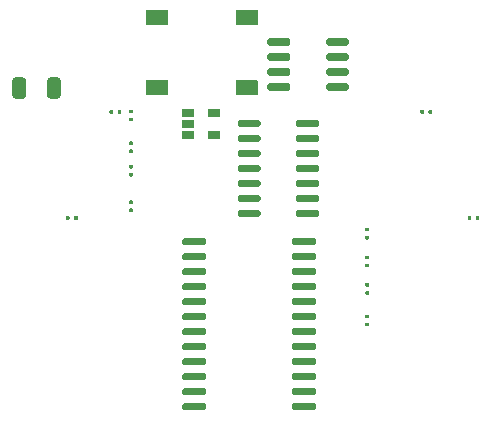
<source format=gtp>
G04 #@! TF.GenerationSoftware,KiCad,Pcbnew,5.1.10*
G04 #@! TF.CreationDate,2021-12-20T19:27:34-06:00*
G04 #@! TF.ProjectId,notawatch,6e6f7461-7761-4746-9368-2e6b69636164,rev?*
G04 #@! TF.SameCoordinates,Original*
G04 #@! TF.FileFunction,Paste,Top*
G04 #@! TF.FilePolarity,Positive*
%FSLAX46Y46*%
G04 Gerber Fmt 4.6, Leading zero omitted, Abs format (unit mm)*
G04 Created by KiCad (PCBNEW 5.1.10) date 2021-12-20 19:27:34*
%MOMM*%
%LPD*%
G01*
G04 APERTURE LIST*
%ADD10C,0.100000*%
%ADD11R,1.060000X0.650000*%
G04 APERTURE END LIST*
D10*
G36*
X152689755Y-91350961D02*
G01*
X152699134Y-91353806D01*
X152707779Y-91358427D01*
X152715355Y-91364645D01*
X152721573Y-91372221D01*
X152726194Y-91380866D01*
X152729039Y-91390245D01*
X152730000Y-91400000D01*
X152730000Y-92550000D01*
X152729039Y-92559755D01*
X152726194Y-92569134D01*
X152721573Y-92577779D01*
X152715355Y-92585355D01*
X152707779Y-92591573D01*
X152699134Y-92596194D01*
X152689755Y-92599039D01*
X152680000Y-92600000D01*
X150900000Y-92600000D01*
X150890245Y-92599039D01*
X150880866Y-92596194D01*
X150872221Y-92591573D01*
X150864645Y-92585355D01*
X150858427Y-92577779D01*
X150853806Y-92569134D01*
X150850961Y-92559755D01*
X150850000Y-92550000D01*
X150850000Y-91400000D01*
X150850961Y-91390245D01*
X150853806Y-91380866D01*
X150858427Y-91372221D01*
X150864645Y-91364645D01*
X150872221Y-91358427D01*
X150880866Y-91353806D01*
X150890245Y-91350961D01*
X150900000Y-91350000D01*
X152680000Y-91350000D01*
X152689755Y-91350961D01*
G37*
G36*
X152689755Y-85400961D02*
G01*
X152699134Y-85403806D01*
X152707779Y-85408427D01*
X152715355Y-85414645D01*
X152721573Y-85422221D01*
X152726194Y-85430866D01*
X152729039Y-85440245D01*
X152730000Y-85450000D01*
X152730000Y-86600000D01*
X152729039Y-86609755D01*
X152726194Y-86619134D01*
X152721573Y-86627779D01*
X152715355Y-86635355D01*
X152707779Y-86641573D01*
X152699134Y-86646194D01*
X152689755Y-86649039D01*
X152680000Y-86650000D01*
X150900000Y-86650000D01*
X150890245Y-86649039D01*
X150880866Y-86646194D01*
X150872221Y-86641573D01*
X150864645Y-86635355D01*
X150858427Y-86627779D01*
X150853806Y-86619134D01*
X150850961Y-86609755D01*
X150850000Y-86600000D01*
X150850000Y-85450000D01*
X150850961Y-85440245D01*
X150853806Y-85430866D01*
X150858427Y-85422221D01*
X150864645Y-85414645D01*
X150872221Y-85408427D01*
X150880866Y-85403806D01*
X150890245Y-85400961D01*
X150900000Y-85400000D01*
X152680000Y-85400000D01*
X152689755Y-85400961D01*
G37*
G36*
X145109755Y-91350961D02*
G01*
X145119134Y-91353806D01*
X145127779Y-91358427D01*
X145135355Y-91364645D01*
X145141573Y-91372221D01*
X145146194Y-91380866D01*
X145149039Y-91390245D01*
X145150000Y-91400000D01*
X145150000Y-92550000D01*
X145149039Y-92559755D01*
X145146194Y-92569134D01*
X145141573Y-92577779D01*
X145135355Y-92585355D01*
X145127779Y-92591573D01*
X145119134Y-92596194D01*
X145109755Y-92599039D01*
X145100000Y-92600000D01*
X143320000Y-92600000D01*
X143310245Y-92599039D01*
X143300866Y-92596194D01*
X143292221Y-92591573D01*
X143284645Y-92585355D01*
X143278427Y-92577779D01*
X143273806Y-92569134D01*
X143270961Y-92559755D01*
X143270000Y-92550000D01*
X143270000Y-91400000D01*
X143270961Y-91390245D01*
X143273806Y-91380866D01*
X143278427Y-91372221D01*
X143284645Y-91364645D01*
X143292221Y-91358427D01*
X143300866Y-91353806D01*
X143310245Y-91350961D01*
X143320000Y-91350000D01*
X145100000Y-91350000D01*
X145109755Y-91350961D01*
G37*
G36*
X145109755Y-85400961D02*
G01*
X145119134Y-85403806D01*
X145127779Y-85408427D01*
X145135355Y-85414645D01*
X145141573Y-85422221D01*
X145146194Y-85430866D01*
X145149039Y-85440245D01*
X145150000Y-85450000D01*
X145150000Y-86600000D01*
X145149039Y-86609755D01*
X145146194Y-86619134D01*
X145141573Y-86627779D01*
X145135355Y-86635355D01*
X145127779Y-86641573D01*
X145119134Y-86646194D01*
X145109755Y-86649039D01*
X145100000Y-86650000D01*
X143320000Y-86650000D01*
X143310245Y-86649039D01*
X143300866Y-86646194D01*
X143292221Y-86641573D01*
X143284645Y-86635355D01*
X143278427Y-86627779D01*
X143273806Y-86619134D01*
X143270961Y-86609755D01*
X143270000Y-86600000D01*
X143270000Y-85450000D01*
X143270961Y-85440245D01*
X143273806Y-85430866D01*
X143278427Y-85422221D01*
X143284645Y-85414645D01*
X143292221Y-85408427D01*
X143300866Y-85403806D01*
X143310245Y-85400961D01*
X143320000Y-85400000D01*
X145100000Y-85400000D01*
X145109755Y-85400961D01*
G37*
G36*
G01*
X131950000Y-92650001D02*
X131950000Y-91349999D01*
G75*
G02*
X132199999Y-91100000I249999J0D01*
G01*
X132850001Y-91100000D01*
G75*
G02*
X133100000Y-91349999I0J-249999D01*
G01*
X133100000Y-92650001D01*
G75*
G02*
X132850001Y-92900000I-249999J0D01*
G01*
X132199999Y-92900000D01*
G75*
G02*
X131950000Y-92650001I0J249999D01*
G01*
G37*
G36*
G01*
X134900000Y-92650001D02*
X134900000Y-91349999D01*
G75*
G02*
X135149999Y-91100000I249999J0D01*
G01*
X135800001Y-91100000D01*
G75*
G02*
X136050000Y-91349999I0J-249999D01*
G01*
X136050000Y-92650001D01*
G75*
G02*
X135800001Y-92900000I-249999J0D01*
G01*
X135149999Y-92900000D01*
G75*
G02*
X134900000Y-92650001I0J249999D01*
G01*
G37*
G36*
G01*
X155975000Y-95150000D02*
X155975000Y-94850000D01*
G75*
G02*
X156125000Y-94700000I150000J0D01*
G01*
X157775000Y-94700000D01*
G75*
G02*
X157925000Y-94850000I0J-150000D01*
G01*
X157925000Y-95150000D01*
G75*
G02*
X157775000Y-95300000I-150000J0D01*
G01*
X156125000Y-95300000D01*
G75*
G02*
X155975000Y-95150000I0J150000D01*
G01*
G37*
G36*
G01*
X155975000Y-96420000D02*
X155975000Y-96120000D01*
G75*
G02*
X156125000Y-95970000I150000J0D01*
G01*
X157775000Y-95970000D01*
G75*
G02*
X157925000Y-96120000I0J-150000D01*
G01*
X157925000Y-96420000D01*
G75*
G02*
X157775000Y-96570000I-150000J0D01*
G01*
X156125000Y-96570000D01*
G75*
G02*
X155975000Y-96420000I0J150000D01*
G01*
G37*
G36*
G01*
X155975000Y-97690000D02*
X155975000Y-97390000D01*
G75*
G02*
X156125000Y-97240000I150000J0D01*
G01*
X157775000Y-97240000D01*
G75*
G02*
X157925000Y-97390000I0J-150000D01*
G01*
X157925000Y-97690000D01*
G75*
G02*
X157775000Y-97840000I-150000J0D01*
G01*
X156125000Y-97840000D01*
G75*
G02*
X155975000Y-97690000I0J150000D01*
G01*
G37*
G36*
G01*
X155975000Y-98960000D02*
X155975000Y-98660000D01*
G75*
G02*
X156125000Y-98510000I150000J0D01*
G01*
X157775000Y-98510000D01*
G75*
G02*
X157925000Y-98660000I0J-150000D01*
G01*
X157925000Y-98960000D01*
G75*
G02*
X157775000Y-99110000I-150000J0D01*
G01*
X156125000Y-99110000D01*
G75*
G02*
X155975000Y-98960000I0J150000D01*
G01*
G37*
G36*
G01*
X155975000Y-100230000D02*
X155975000Y-99930000D01*
G75*
G02*
X156125000Y-99780000I150000J0D01*
G01*
X157775000Y-99780000D01*
G75*
G02*
X157925000Y-99930000I0J-150000D01*
G01*
X157925000Y-100230000D01*
G75*
G02*
X157775000Y-100380000I-150000J0D01*
G01*
X156125000Y-100380000D01*
G75*
G02*
X155975000Y-100230000I0J150000D01*
G01*
G37*
G36*
G01*
X155975000Y-101500000D02*
X155975000Y-101200000D01*
G75*
G02*
X156125000Y-101050000I150000J0D01*
G01*
X157775000Y-101050000D01*
G75*
G02*
X157925000Y-101200000I0J-150000D01*
G01*
X157925000Y-101500000D01*
G75*
G02*
X157775000Y-101650000I-150000J0D01*
G01*
X156125000Y-101650000D01*
G75*
G02*
X155975000Y-101500000I0J150000D01*
G01*
G37*
G36*
G01*
X155975000Y-102770000D02*
X155975000Y-102470000D01*
G75*
G02*
X156125000Y-102320000I150000J0D01*
G01*
X157775000Y-102320000D01*
G75*
G02*
X157925000Y-102470000I0J-150000D01*
G01*
X157925000Y-102770000D01*
G75*
G02*
X157775000Y-102920000I-150000J0D01*
G01*
X156125000Y-102920000D01*
G75*
G02*
X155975000Y-102770000I0J150000D01*
G01*
G37*
G36*
G01*
X151025000Y-102770000D02*
X151025000Y-102470000D01*
G75*
G02*
X151175000Y-102320000I150000J0D01*
G01*
X152825000Y-102320000D01*
G75*
G02*
X152975000Y-102470000I0J-150000D01*
G01*
X152975000Y-102770000D01*
G75*
G02*
X152825000Y-102920000I-150000J0D01*
G01*
X151175000Y-102920000D01*
G75*
G02*
X151025000Y-102770000I0J150000D01*
G01*
G37*
G36*
G01*
X151025000Y-101500000D02*
X151025000Y-101200000D01*
G75*
G02*
X151175000Y-101050000I150000J0D01*
G01*
X152825000Y-101050000D01*
G75*
G02*
X152975000Y-101200000I0J-150000D01*
G01*
X152975000Y-101500000D01*
G75*
G02*
X152825000Y-101650000I-150000J0D01*
G01*
X151175000Y-101650000D01*
G75*
G02*
X151025000Y-101500000I0J150000D01*
G01*
G37*
G36*
G01*
X151025000Y-100230000D02*
X151025000Y-99930000D01*
G75*
G02*
X151175000Y-99780000I150000J0D01*
G01*
X152825000Y-99780000D01*
G75*
G02*
X152975000Y-99930000I0J-150000D01*
G01*
X152975000Y-100230000D01*
G75*
G02*
X152825000Y-100380000I-150000J0D01*
G01*
X151175000Y-100380000D01*
G75*
G02*
X151025000Y-100230000I0J150000D01*
G01*
G37*
G36*
G01*
X151025000Y-98960000D02*
X151025000Y-98660000D01*
G75*
G02*
X151175000Y-98510000I150000J0D01*
G01*
X152825000Y-98510000D01*
G75*
G02*
X152975000Y-98660000I0J-150000D01*
G01*
X152975000Y-98960000D01*
G75*
G02*
X152825000Y-99110000I-150000J0D01*
G01*
X151175000Y-99110000D01*
G75*
G02*
X151025000Y-98960000I0J150000D01*
G01*
G37*
G36*
G01*
X151025000Y-97690000D02*
X151025000Y-97390000D01*
G75*
G02*
X151175000Y-97240000I150000J0D01*
G01*
X152825000Y-97240000D01*
G75*
G02*
X152975000Y-97390000I0J-150000D01*
G01*
X152975000Y-97690000D01*
G75*
G02*
X152825000Y-97840000I-150000J0D01*
G01*
X151175000Y-97840000D01*
G75*
G02*
X151025000Y-97690000I0J150000D01*
G01*
G37*
G36*
G01*
X151025000Y-96420000D02*
X151025000Y-96120000D01*
G75*
G02*
X151175000Y-95970000I150000J0D01*
G01*
X152825000Y-95970000D01*
G75*
G02*
X152975000Y-96120000I0J-150000D01*
G01*
X152975000Y-96420000D01*
G75*
G02*
X152825000Y-96570000I-150000J0D01*
G01*
X151175000Y-96570000D01*
G75*
G02*
X151025000Y-96420000I0J150000D01*
G01*
G37*
G36*
G01*
X151025000Y-95150000D02*
X151025000Y-94850000D01*
G75*
G02*
X151175000Y-94700000I150000J0D01*
G01*
X152825000Y-94700000D01*
G75*
G02*
X152975000Y-94850000I0J-150000D01*
G01*
X152975000Y-95150000D01*
G75*
G02*
X152825000Y-95300000I-150000J0D01*
G01*
X151175000Y-95300000D01*
G75*
G02*
X151025000Y-95150000I0J150000D01*
G01*
G37*
G36*
G01*
X155625000Y-105165000D02*
X155625000Y-104865000D01*
G75*
G02*
X155775000Y-104715000I150000J0D01*
G01*
X157525000Y-104715000D01*
G75*
G02*
X157675000Y-104865000I0J-150000D01*
G01*
X157675000Y-105165000D01*
G75*
G02*
X157525000Y-105315000I-150000J0D01*
G01*
X155775000Y-105315000D01*
G75*
G02*
X155625000Y-105165000I0J150000D01*
G01*
G37*
G36*
G01*
X155625000Y-106435000D02*
X155625000Y-106135000D01*
G75*
G02*
X155775000Y-105985000I150000J0D01*
G01*
X157525000Y-105985000D01*
G75*
G02*
X157675000Y-106135000I0J-150000D01*
G01*
X157675000Y-106435000D01*
G75*
G02*
X157525000Y-106585000I-150000J0D01*
G01*
X155775000Y-106585000D01*
G75*
G02*
X155625000Y-106435000I0J150000D01*
G01*
G37*
G36*
G01*
X155625000Y-107705000D02*
X155625000Y-107405000D01*
G75*
G02*
X155775000Y-107255000I150000J0D01*
G01*
X157525000Y-107255000D01*
G75*
G02*
X157675000Y-107405000I0J-150000D01*
G01*
X157675000Y-107705000D01*
G75*
G02*
X157525000Y-107855000I-150000J0D01*
G01*
X155775000Y-107855000D01*
G75*
G02*
X155625000Y-107705000I0J150000D01*
G01*
G37*
G36*
G01*
X155625000Y-108975000D02*
X155625000Y-108675000D01*
G75*
G02*
X155775000Y-108525000I150000J0D01*
G01*
X157525000Y-108525000D01*
G75*
G02*
X157675000Y-108675000I0J-150000D01*
G01*
X157675000Y-108975000D01*
G75*
G02*
X157525000Y-109125000I-150000J0D01*
G01*
X155775000Y-109125000D01*
G75*
G02*
X155625000Y-108975000I0J150000D01*
G01*
G37*
G36*
G01*
X155625000Y-110245000D02*
X155625000Y-109945000D01*
G75*
G02*
X155775000Y-109795000I150000J0D01*
G01*
X157525000Y-109795000D01*
G75*
G02*
X157675000Y-109945000I0J-150000D01*
G01*
X157675000Y-110245000D01*
G75*
G02*
X157525000Y-110395000I-150000J0D01*
G01*
X155775000Y-110395000D01*
G75*
G02*
X155625000Y-110245000I0J150000D01*
G01*
G37*
G36*
G01*
X155625000Y-111515000D02*
X155625000Y-111215000D01*
G75*
G02*
X155775000Y-111065000I150000J0D01*
G01*
X157525000Y-111065000D01*
G75*
G02*
X157675000Y-111215000I0J-150000D01*
G01*
X157675000Y-111515000D01*
G75*
G02*
X157525000Y-111665000I-150000J0D01*
G01*
X155775000Y-111665000D01*
G75*
G02*
X155625000Y-111515000I0J150000D01*
G01*
G37*
G36*
G01*
X155625000Y-112785000D02*
X155625000Y-112485000D01*
G75*
G02*
X155775000Y-112335000I150000J0D01*
G01*
X157525000Y-112335000D01*
G75*
G02*
X157675000Y-112485000I0J-150000D01*
G01*
X157675000Y-112785000D01*
G75*
G02*
X157525000Y-112935000I-150000J0D01*
G01*
X155775000Y-112935000D01*
G75*
G02*
X155625000Y-112785000I0J150000D01*
G01*
G37*
G36*
G01*
X155625000Y-114055000D02*
X155625000Y-113755000D01*
G75*
G02*
X155775000Y-113605000I150000J0D01*
G01*
X157525000Y-113605000D01*
G75*
G02*
X157675000Y-113755000I0J-150000D01*
G01*
X157675000Y-114055000D01*
G75*
G02*
X157525000Y-114205000I-150000J0D01*
G01*
X155775000Y-114205000D01*
G75*
G02*
X155625000Y-114055000I0J150000D01*
G01*
G37*
G36*
G01*
X155625000Y-115325000D02*
X155625000Y-115025000D01*
G75*
G02*
X155775000Y-114875000I150000J0D01*
G01*
X157525000Y-114875000D01*
G75*
G02*
X157675000Y-115025000I0J-150000D01*
G01*
X157675000Y-115325000D01*
G75*
G02*
X157525000Y-115475000I-150000J0D01*
G01*
X155775000Y-115475000D01*
G75*
G02*
X155625000Y-115325000I0J150000D01*
G01*
G37*
G36*
G01*
X155625000Y-116595000D02*
X155625000Y-116295000D01*
G75*
G02*
X155775000Y-116145000I150000J0D01*
G01*
X157525000Y-116145000D01*
G75*
G02*
X157675000Y-116295000I0J-150000D01*
G01*
X157675000Y-116595000D01*
G75*
G02*
X157525000Y-116745000I-150000J0D01*
G01*
X155775000Y-116745000D01*
G75*
G02*
X155625000Y-116595000I0J150000D01*
G01*
G37*
G36*
G01*
X155625000Y-117865000D02*
X155625000Y-117565000D01*
G75*
G02*
X155775000Y-117415000I150000J0D01*
G01*
X157525000Y-117415000D01*
G75*
G02*
X157675000Y-117565000I0J-150000D01*
G01*
X157675000Y-117865000D01*
G75*
G02*
X157525000Y-118015000I-150000J0D01*
G01*
X155775000Y-118015000D01*
G75*
G02*
X155625000Y-117865000I0J150000D01*
G01*
G37*
G36*
G01*
X155625000Y-119135000D02*
X155625000Y-118835000D01*
G75*
G02*
X155775000Y-118685000I150000J0D01*
G01*
X157525000Y-118685000D01*
G75*
G02*
X157675000Y-118835000I0J-150000D01*
G01*
X157675000Y-119135000D01*
G75*
G02*
X157525000Y-119285000I-150000J0D01*
G01*
X155775000Y-119285000D01*
G75*
G02*
X155625000Y-119135000I0J150000D01*
G01*
G37*
G36*
G01*
X146325000Y-119135000D02*
X146325000Y-118835000D01*
G75*
G02*
X146475000Y-118685000I150000J0D01*
G01*
X148225000Y-118685000D01*
G75*
G02*
X148375000Y-118835000I0J-150000D01*
G01*
X148375000Y-119135000D01*
G75*
G02*
X148225000Y-119285000I-150000J0D01*
G01*
X146475000Y-119285000D01*
G75*
G02*
X146325000Y-119135000I0J150000D01*
G01*
G37*
G36*
G01*
X146325000Y-117865000D02*
X146325000Y-117565000D01*
G75*
G02*
X146475000Y-117415000I150000J0D01*
G01*
X148225000Y-117415000D01*
G75*
G02*
X148375000Y-117565000I0J-150000D01*
G01*
X148375000Y-117865000D01*
G75*
G02*
X148225000Y-118015000I-150000J0D01*
G01*
X146475000Y-118015000D01*
G75*
G02*
X146325000Y-117865000I0J150000D01*
G01*
G37*
G36*
G01*
X146325000Y-116595000D02*
X146325000Y-116295000D01*
G75*
G02*
X146475000Y-116145000I150000J0D01*
G01*
X148225000Y-116145000D01*
G75*
G02*
X148375000Y-116295000I0J-150000D01*
G01*
X148375000Y-116595000D01*
G75*
G02*
X148225000Y-116745000I-150000J0D01*
G01*
X146475000Y-116745000D01*
G75*
G02*
X146325000Y-116595000I0J150000D01*
G01*
G37*
G36*
G01*
X146325000Y-115325000D02*
X146325000Y-115025000D01*
G75*
G02*
X146475000Y-114875000I150000J0D01*
G01*
X148225000Y-114875000D01*
G75*
G02*
X148375000Y-115025000I0J-150000D01*
G01*
X148375000Y-115325000D01*
G75*
G02*
X148225000Y-115475000I-150000J0D01*
G01*
X146475000Y-115475000D01*
G75*
G02*
X146325000Y-115325000I0J150000D01*
G01*
G37*
G36*
G01*
X146325000Y-114055000D02*
X146325000Y-113755000D01*
G75*
G02*
X146475000Y-113605000I150000J0D01*
G01*
X148225000Y-113605000D01*
G75*
G02*
X148375000Y-113755000I0J-150000D01*
G01*
X148375000Y-114055000D01*
G75*
G02*
X148225000Y-114205000I-150000J0D01*
G01*
X146475000Y-114205000D01*
G75*
G02*
X146325000Y-114055000I0J150000D01*
G01*
G37*
G36*
G01*
X146325000Y-112785000D02*
X146325000Y-112485000D01*
G75*
G02*
X146475000Y-112335000I150000J0D01*
G01*
X148225000Y-112335000D01*
G75*
G02*
X148375000Y-112485000I0J-150000D01*
G01*
X148375000Y-112785000D01*
G75*
G02*
X148225000Y-112935000I-150000J0D01*
G01*
X146475000Y-112935000D01*
G75*
G02*
X146325000Y-112785000I0J150000D01*
G01*
G37*
G36*
G01*
X146325000Y-111515000D02*
X146325000Y-111215000D01*
G75*
G02*
X146475000Y-111065000I150000J0D01*
G01*
X148225000Y-111065000D01*
G75*
G02*
X148375000Y-111215000I0J-150000D01*
G01*
X148375000Y-111515000D01*
G75*
G02*
X148225000Y-111665000I-150000J0D01*
G01*
X146475000Y-111665000D01*
G75*
G02*
X146325000Y-111515000I0J150000D01*
G01*
G37*
G36*
G01*
X146325000Y-110245000D02*
X146325000Y-109945000D01*
G75*
G02*
X146475000Y-109795000I150000J0D01*
G01*
X148225000Y-109795000D01*
G75*
G02*
X148375000Y-109945000I0J-150000D01*
G01*
X148375000Y-110245000D01*
G75*
G02*
X148225000Y-110395000I-150000J0D01*
G01*
X146475000Y-110395000D01*
G75*
G02*
X146325000Y-110245000I0J150000D01*
G01*
G37*
G36*
G01*
X146325000Y-108975000D02*
X146325000Y-108675000D01*
G75*
G02*
X146475000Y-108525000I150000J0D01*
G01*
X148225000Y-108525000D01*
G75*
G02*
X148375000Y-108675000I0J-150000D01*
G01*
X148375000Y-108975000D01*
G75*
G02*
X148225000Y-109125000I-150000J0D01*
G01*
X146475000Y-109125000D01*
G75*
G02*
X146325000Y-108975000I0J150000D01*
G01*
G37*
G36*
G01*
X146325000Y-107705000D02*
X146325000Y-107405000D01*
G75*
G02*
X146475000Y-107255000I150000J0D01*
G01*
X148225000Y-107255000D01*
G75*
G02*
X148375000Y-107405000I0J-150000D01*
G01*
X148375000Y-107705000D01*
G75*
G02*
X148225000Y-107855000I-150000J0D01*
G01*
X146475000Y-107855000D01*
G75*
G02*
X146325000Y-107705000I0J150000D01*
G01*
G37*
G36*
G01*
X146325000Y-106435000D02*
X146325000Y-106135000D01*
G75*
G02*
X146475000Y-105985000I150000J0D01*
G01*
X148225000Y-105985000D01*
G75*
G02*
X148375000Y-106135000I0J-150000D01*
G01*
X148375000Y-106435000D01*
G75*
G02*
X148225000Y-106585000I-150000J0D01*
G01*
X146475000Y-106585000D01*
G75*
G02*
X146325000Y-106435000I0J150000D01*
G01*
G37*
G36*
G01*
X146325000Y-105165000D02*
X146325000Y-104865000D01*
G75*
G02*
X146475000Y-104715000I150000J0D01*
G01*
X148225000Y-104715000D01*
G75*
G02*
X148375000Y-104865000I0J-150000D01*
G01*
X148375000Y-105165000D01*
G75*
G02*
X148225000Y-105315000I-150000J0D01*
G01*
X146475000Y-105315000D01*
G75*
G02*
X146325000Y-105165000I0J150000D01*
G01*
G37*
G36*
G01*
X160450000Y-91755000D02*
X160450000Y-92055000D01*
G75*
G02*
X160300000Y-92205000I-150000J0D01*
G01*
X158650000Y-92205000D01*
G75*
G02*
X158500000Y-92055000I0J150000D01*
G01*
X158500000Y-91755000D01*
G75*
G02*
X158650000Y-91605000I150000J0D01*
G01*
X160300000Y-91605000D01*
G75*
G02*
X160450000Y-91755000I0J-150000D01*
G01*
G37*
G36*
G01*
X160450000Y-90485000D02*
X160450000Y-90785000D01*
G75*
G02*
X160300000Y-90935000I-150000J0D01*
G01*
X158650000Y-90935000D01*
G75*
G02*
X158500000Y-90785000I0J150000D01*
G01*
X158500000Y-90485000D01*
G75*
G02*
X158650000Y-90335000I150000J0D01*
G01*
X160300000Y-90335000D01*
G75*
G02*
X160450000Y-90485000I0J-150000D01*
G01*
G37*
G36*
G01*
X160450000Y-89215000D02*
X160450000Y-89515000D01*
G75*
G02*
X160300000Y-89665000I-150000J0D01*
G01*
X158650000Y-89665000D01*
G75*
G02*
X158500000Y-89515000I0J150000D01*
G01*
X158500000Y-89215000D01*
G75*
G02*
X158650000Y-89065000I150000J0D01*
G01*
X160300000Y-89065000D01*
G75*
G02*
X160450000Y-89215000I0J-150000D01*
G01*
G37*
G36*
G01*
X160450000Y-87945000D02*
X160450000Y-88245000D01*
G75*
G02*
X160300000Y-88395000I-150000J0D01*
G01*
X158650000Y-88395000D01*
G75*
G02*
X158500000Y-88245000I0J150000D01*
G01*
X158500000Y-87945000D01*
G75*
G02*
X158650000Y-87795000I150000J0D01*
G01*
X160300000Y-87795000D01*
G75*
G02*
X160450000Y-87945000I0J-150000D01*
G01*
G37*
G36*
G01*
X155500000Y-87945000D02*
X155500000Y-88245000D01*
G75*
G02*
X155350000Y-88395000I-150000J0D01*
G01*
X153700000Y-88395000D01*
G75*
G02*
X153550000Y-88245000I0J150000D01*
G01*
X153550000Y-87945000D01*
G75*
G02*
X153700000Y-87795000I150000J0D01*
G01*
X155350000Y-87795000D01*
G75*
G02*
X155500000Y-87945000I0J-150000D01*
G01*
G37*
G36*
G01*
X155500000Y-89215000D02*
X155500000Y-89515000D01*
G75*
G02*
X155350000Y-89665000I-150000J0D01*
G01*
X153700000Y-89665000D01*
G75*
G02*
X153550000Y-89515000I0J150000D01*
G01*
X153550000Y-89215000D01*
G75*
G02*
X153700000Y-89065000I150000J0D01*
G01*
X155350000Y-89065000D01*
G75*
G02*
X155500000Y-89215000I0J-150000D01*
G01*
G37*
G36*
G01*
X155500000Y-90485000D02*
X155500000Y-90785000D01*
G75*
G02*
X155350000Y-90935000I-150000J0D01*
G01*
X153700000Y-90935000D01*
G75*
G02*
X153550000Y-90785000I0J150000D01*
G01*
X153550000Y-90485000D01*
G75*
G02*
X153700000Y-90335000I150000J0D01*
G01*
X155350000Y-90335000D01*
G75*
G02*
X155500000Y-90485000I0J-150000D01*
G01*
G37*
G36*
G01*
X155500000Y-91755000D02*
X155500000Y-92055000D01*
G75*
G02*
X155350000Y-92205000I-150000J0D01*
G01*
X153700000Y-92205000D01*
G75*
G02*
X153550000Y-92055000I0J150000D01*
G01*
X153550000Y-91755000D01*
G75*
G02*
X153700000Y-91605000I150000J0D01*
G01*
X155350000Y-91605000D01*
G75*
G02*
X155500000Y-91755000I0J-150000D01*
G01*
G37*
G36*
G01*
X161899500Y-109186000D02*
X162100500Y-109186000D01*
G75*
G02*
X162180000Y-109265500I0J-79500D01*
G01*
X162180000Y-109424500D01*
G75*
G02*
X162100500Y-109504000I-79500J0D01*
G01*
X161899500Y-109504000D01*
G75*
G02*
X161820000Y-109424500I0J79500D01*
G01*
X161820000Y-109265500D01*
G75*
G02*
X161899500Y-109186000I79500J0D01*
G01*
G37*
G36*
G01*
X161899500Y-108496000D02*
X162100500Y-108496000D01*
G75*
G02*
X162180000Y-108575500I0J-79500D01*
G01*
X162180000Y-108734500D01*
G75*
G02*
X162100500Y-108814000I-79500J0D01*
G01*
X161899500Y-108814000D01*
G75*
G02*
X161820000Y-108734500I0J79500D01*
G01*
X161820000Y-108575500D01*
G75*
G02*
X161899500Y-108496000I79500J0D01*
G01*
G37*
G36*
G01*
X162100500Y-104134000D02*
X161899500Y-104134000D01*
G75*
G02*
X161820000Y-104054500I0J79500D01*
G01*
X161820000Y-103895500D01*
G75*
G02*
X161899500Y-103816000I79500J0D01*
G01*
X162100500Y-103816000D01*
G75*
G02*
X162180000Y-103895500I0J-79500D01*
G01*
X162180000Y-104054500D01*
G75*
G02*
X162100500Y-104134000I-79500J0D01*
G01*
G37*
G36*
G01*
X162100500Y-104824000D02*
X161899500Y-104824000D01*
G75*
G02*
X161820000Y-104744500I0J79500D01*
G01*
X161820000Y-104585500D01*
G75*
G02*
X161899500Y-104506000I79500J0D01*
G01*
X162100500Y-104506000D01*
G75*
G02*
X162180000Y-104585500I0J-79500D01*
G01*
X162180000Y-104744500D01*
G75*
G02*
X162100500Y-104824000I-79500J0D01*
G01*
G37*
G36*
G01*
X161899500Y-111866000D02*
X162100500Y-111866000D01*
G75*
G02*
X162180000Y-111945500I0J-79500D01*
G01*
X162180000Y-112104500D01*
G75*
G02*
X162100500Y-112184000I-79500J0D01*
G01*
X161899500Y-112184000D01*
G75*
G02*
X161820000Y-112104500I0J79500D01*
G01*
X161820000Y-111945500D01*
G75*
G02*
X161899500Y-111866000I79500J0D01*
G01*
G37*
G36*
G01*
X161899500Y-111176000D02*
X162100500Y-111176000D01*
G75*
G02*
X162180000Y-111255500I0J-79500D01*
G01*
X162180000Y-111414500D01*
G75*
G02*
X162100500Y-111494000I-79500J0D01*
G01*
X161899500Y-111494000D01*
G75*
G02*
X161820000Y-111414500I0J79500D01*
G01*
X161820000Y-111255500D01*
G75*
G02*
X161899500Y-111176000I79500J0D01*
G01*
G37*
G36*
G01*
X161899500Y-106866000D02*
X162100500Y-106866000D01*
G75*
G02*
X162180000Y-106945500I0J-79500D01*
G01*
X162180000Y-107104500D01*
G75*
G02*
X162100500Y-107184000I-79500J0D01*
G01*
X161899500Y-107184000D01*
G75*
G02*
X161820000Y-107104500I0J79500D01*
G01*
X161820000Y-106945500D01*
G75*
G02*
X161899500Y-106866000I79500J0D01*
G01*
G37*
G36*
G01*
X161899500Y-106176000D02*
X162100500Y-106176000D01*
G75*
G02*
X162180000Y-106255500I0J-79500D01*
G01*
X162180000Y-106414500D01*
G75*
G02*
X162100500Y-106494000I-79500J0D01*
G01*
X161899500Y-106494000D01*
G75*
G02*
X161820000Y-106414500I0J79500D01*
G01*
X161820000Y-106255500D01*
G75*
G02*
X161899500Y-106176000I79500J0D01*
G01*
G37*
G36*
G01*
X141899500Y-99186000D02*
X142100500Y-99186000D01*
G75*
G02*
X142180000Y-99265500I0J-79500D01*
G01*
X142180000Y-99424500D01*
G75*
G02*
X142100500Y-99504000I-79500J0D01*
G01*
X141899500Y-99504000D01*
G75*
G02*
X141820000Y-99424500I0J79500D01*
G01*
X141820000Y-99265500D01*
G75*
G02*
X141899500Y-99186000I79500J0D01*
G01*
G37*
G36*
G01*
X141899500Y-98496000D02*
X142100500Y-98496000D01*
G75*
G02*
X142180000Y-98575500I0J-79500D01*
G01*
X142180000Y-98734500D01*
G75*
G02*
X142100500Y-98814000I-79500J0D01*
G01*
X141899500Y-98814000D01*
G75*
G02*
X141820000Y-98734500I0J79500D01*
G01*
X141820000Y-98575500D01*
G75*
G02*
X141899500Y-98496000I79500J0D01*
G01*
G37*
G36*
G01*
X141899500Y-94506000D02*
X142100500Y-94506000D01*
G75*
G02*
X142180000Y-94585500I0J-79500D01*
G01*
X142180000Y-94744500D01*
G75*
G02*
X142100500Y-94824000I-79500J0D01*
G01*
X141899500Y-94824000D01*
G75*
G02*
X141820000Y-94744500I0J79500D01*
G01*
X141820000Y-94585500D01*
G75*
G02*
X141899500Y-94506000I79500J0D01*
G01*
G37*
G36*
G01*
X141899500Y-93816000D02*
X142100500Y-93816000D01*
G75*
G02*
X142180000Y-93895500I0J-79500D01*
G01*
X142180000Y-94054500D01*
G75*
G02*
X142100500Y-94134000I-79500J0D01*
G01*
X141899500Y-94134000D01*
G75*
G02*
X141820000Y-94054500I0J79500D01*
G01*
X141820000Y-93895500D01*
G75*
G02*
X141899500Y-93816000I79500J0D01*
G01*
G37*
G36*
G01*
X141899500Y-102186000D02*
X142100500Y-102186000D01*
G75*
G02*
X142180000Y-102265500I0J-79500D01*
G01*
X142180000Y-102424500D01*
G75*
G02*
X142100500Y-102504000I-79500J0D01*
G01*
X141899500Y-102504000D01*
G75*
G02*
X141820000Y-102424500I0J79500D01*
G01*
X141820000Y-102265500D01*
G75*
G02*
X141899500Y-102186000I79500J0D01*
G01*
G37*
G36*
G01*
X141899500Y-101496000D02*
X142100500Y-101496000D01*
G75*
G02*
X142180000Y-101575500I0J-79500D01*
G01*
X142180000Y-101734500D01*
G75*
G02*
X142100500Y-101814000I-79500J0D01*
G01*
X141899500Y-101814000D01*
G75*
G02*
X141820000Y-101734500I0J79500D01*
G01*
X141820000Y-101575500D01*
G75*
G02*
X141899500Y-101496000I79500J0D01*
G01*
G37*
G36*
G01*
X141899500Y-97186000D02*
X142100500Y-97186000D01*
G75*
G02*
X142180000Y-97265500I0J-79500D01*
G01*
X142180000Y-97424500D01*
G75*
G02*
X142100500Y-97504000I-79500J0D01*
G01*
X141899500Y-97504000D01*
G75*
G02*
X141820000Y-97424500I0J79500D01*
G01*
X141820000Y-97265500D01*
G75*
G02*
X141899500Y-97186000I79500J0D01*
G01*
G37*
G36*
G01*
X141899500Y-96496000D02*
X142100500Y-96496000D01*
G75*
G02*
X142180000Y-96575500I0J-79500D01*
G01*
X142180000Y-96734500D01*
G75*
G02*
X142100500Y-96814000I-79500J0D01*
G01*
X141899500Y-96814000D01*
G75*
G02*
X141820000Y-96734500I0J79500D01*
G01*
X141820000Y-96575500D01*
G75*
G02*
X141899500Y-96496000I79500J0D01*
G01*
G37*
G36*
G01*
X171186000Y-103100500D02*
X171186000Y-102899500D01*
G75*
G02*
X171265500Y-102820000I79500J0D01*
G01*
X171424500Y-102820000D01*
G75*
G02*
X171504000Y-102899500I0J-79500D01*
G01*
X171504000Y-103100500D01*
G75*
G02*
X171424500Y-103180000I-79500J0D01*
G01*
X171265500Y-103180000D01*
G75*
G02*
X171186000Y-103100500I0J79500D01*
G01*
G37*
G36*
G01*
X170496000Y-103100500D02*
X170496000Y-102899500D01*
G75*
G02*
X170575500Y-102820000I79500J0D01*
G01*
X170734500Y-102820000D01*
G75*
G02*
X170814000Y-102899500I0J-79500D01*
G01*
X170814000Y-103100500D01*
G75*
G02*
X170734500Y-103180000I-79500J0D01*
G01*
X170575500Y-103180000D01*
G75*
G02*
X170496000Y-103100500I0J79500D01*
G01*
G37*
G36*
G01*
X166814000Y-93899500D02*
X166814000Y-94100500D01*
G75*
G02*
X166734500Y-94180000I-79500J0D01*
G01*
X166575500Y-94180000D01*
G75*
G02*
X166496000Y-94100500I0J79500D01*
G01*
X166496000Y-93899500D01*
G75*
G02*
X166575500Y-93820000I79500J0D01*
G01*
X166734500Y-93820000D01*
G75*
G02*
X166814000Y-93899500I0J-79500D01*
G01*
G37*
G36*
G01*
X167504000Y-93899500D02*
X167504000Y-94100500D01*
G75*
G02*
X167424500Y-94180000I-79500J0D01*
G01*
X167265500Y-94180000D01*
G75*
G02*
X167186000Y-94100500I0J79500D01*
G01*
X167186000Y-93899500D01*
G75*
G02*
X167265500Y-93820000I79500J0D01*
G01*
X167424500Y-93820000D01*
G75*
G02*
X167504000Y-93899500I0J-79500D01*
G01*
G37*
G36*
G01*
X140866000Y-94100500D02*
X140866000Y-93899500D01*
G75*
G02*
X140945500Y-93820000I79500J0D01*
G01*
X141104500Y-93820000D01*
G75*
G02*
X141184000Y-93899500I0J-79500D01*
G01*
X141184000Y-94100500D01*
G75*
G02*
X141104500Y-94180000I-79500J0D01*
G01*
X140945500Y-94180000D01*
G75*
G02*
X140866000Y-94100500I0J79500D01*
G01*
G37*
G36*
G01*
X140176000Y-94100500D02*
X140176000Y-93899500D01*
G75*
G02*
X140255500Y-93820000I79500J0D01*
G01*
X140414500Y-93820000D01*
G75*
G02*
X140494000Y-93899500I0J-79500D01*
G01*
X140494000Y-94100500D01*
G75*
G02*
X140414500Y-94180000I-79500J0D01*
G01*
X140255500Y-94180000D01*
G75*
G02*
X140176000Y-94100500I0J79500D01*
G01*
G37*
G36*
G01*
X137186000Y-103100500D02*
X137186000Y-102899500D01*
G75*
G02*
X137265500Y-102820000I79500J0D01*
G01*
X137424500Y-102820000D01*
G75*
G02*
X137504000Y-102899500I0J-79500D01*
G01*
X137504000Y-103100500D01*
G75*
G02*
X137424500Y-103180000I-79500J0D01*
G01*
X137265500Y-103180000D01*
G75*
G02*
X137186000Y-103100500I0J79500D01*
G01*
G37*
G36*
G01*
X136496000Y-103100500D02*
X136496000Y-102899500D01*
G75*
G02*
X136575500Y-102820000I79500J0D01*
G01*
X136734500Y-102820000D01*
G75*
G02*
X136814000Y-102899500I0J-79500D01*
G01*
X136814000Y-103100500D01*
G75*
G02*
X136734500Y-103180000I-79500J0D01*
G01*
X136575500Y-103180000D01*
G75*
G02*
X136496000Y-103100500I0J79500D01*
G01*
G37*
D11*
X146800000Y-94100000D03*
X146800000Y-95050000D03*
X146800000Y-96000000D03*
X149000000Y-96000000D03*
X149000000Y-94100000D03*
M02*

</source>
